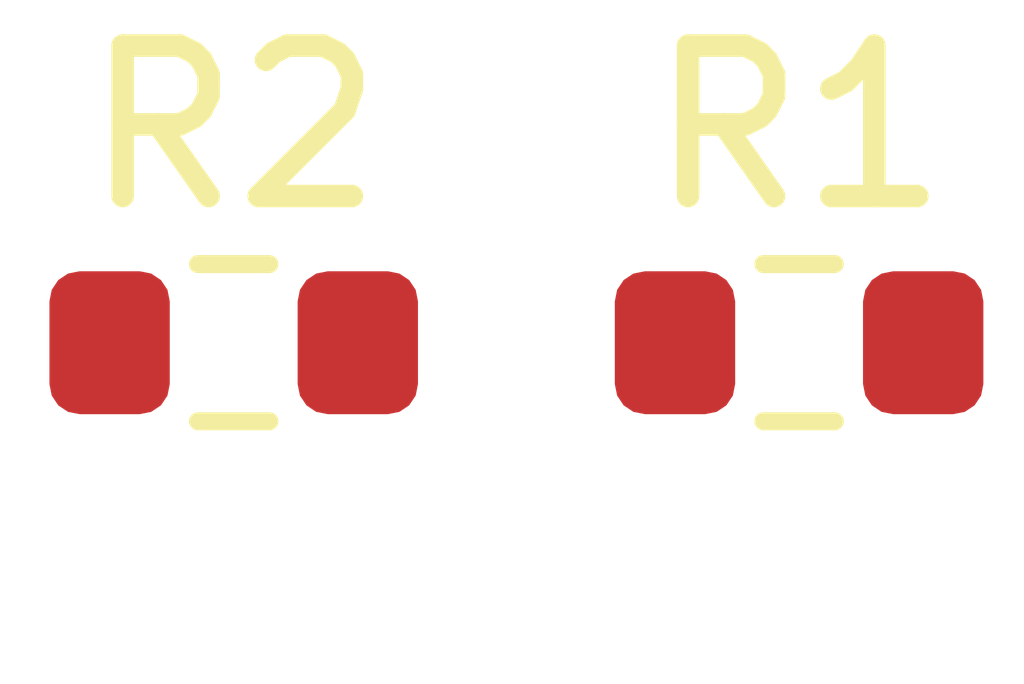
<source format=kicad_pcb>
(kicad_pcb (version 20221018) (generator pcbnew)
  (layers (0 "F.Cu" signal) (31 "B.Cu" signal) (34 "B.Paste" user) (35 "F.Paste" user) (36 "B.SilkS" user "B.Silkscreen") (37 "F.SilkS" user "F.Silkscreen") (38 "B.Mask" user) (39 "F.Mask" user) (44 "Edge.Cuts" user))
  (net 0 "")
  (net 1 "VO")
  (net 2 "VI")
  (net 3 "GND")
  (footprint "R_0603_1608Metric" (layer "F.Cu") (at 3.758572 0)
    (fp_text reference "R1" (at 0 -1.43) (layer "F.SilkS"))
    (fp_text value "1K")
    (fp_line (start -0.237258 -0.5225) (end 0.237258 -0.5225) (stroke (width 0.12)) (layer "F.SilkS"))
    (fp_line (start -0.237258 0.5225) (end 0.237258 0.5225) (stroke (width 0.12)) (layer "F.SilkS"))
    (pad "1" smd roundrect (at -0.825 0) (size 0.8 0.95) (layers "F.Cu" "F.Paste" "F.Mask") (net 2 "VI"))
    (pad "2" smd roundrect (at 0.825 0) (size 0.8 0.95) (layers "F.Cu" "F.Paste" "F.Mask") (net 1 "VO"))
  )
  (footprint "R_0603_1608Metric" (layer "F.Cu") (at 0 0)
    (fp_text reference "R2" (at 0 -1.43) (layer "F.SilkS"))
    (fp_text value "500")
    (fp_line (start -0.237258 -0.5225) (end 0.237258 -0.5225) (stroke (width 0.12)) (layer "F.SilkS"))
    (fp_line (start -0.237258 0.5225) (end 0.237258 0.5225) (stroke (width 0.12)) (layer "F.SilkS"))
    (pad "1" smd roundrect (at -0.825 0) (size 0.8 0.95) (layers "F.Cu" "F.Paste" "F.Mask") (net 1 "VO"))
    (pad "2" smd roundrect (at 0.825 0) (size 0.8 0.95) (layers "F.Cu" "F.Paste" "F.Mask") (net 3 "GND"))
  )
)
</source>
